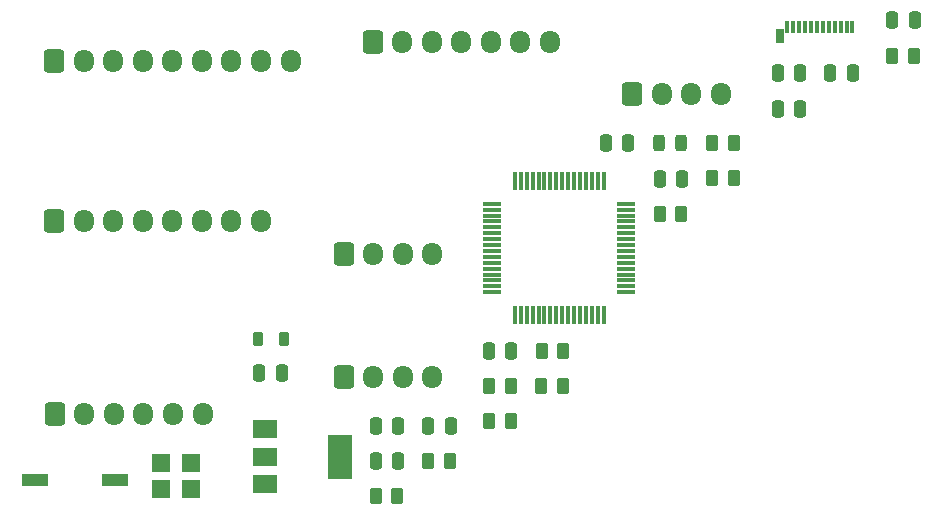
<source format=gbr>
%TF.GenerationSoftware,KiCad,Pcbnew,(6.0.11)*%
%TF.CreationDate,2023-02-06T10:27:39-08:00*%
%TF.ProjectId,EV1,4556312e-6b69-4636-9164-5f7063625858,rev?*%
%TF.SameCoordinates,Original*%
%TF.FileFunction,Copper,L1,Top*%
%TF.FilePolarity,Positive*%
%FSLAX46Y46*%
G04 Gerber Fmt 4.6, Leading zero omitted, Abs format (unit mm)*
G04 Created by KiCad (PCBNEW (6.0.11)) date 2023-02-06 10:27:39*
%MOMM*%
%LPD*%
G01*
G04 APERTURE LIST*
G04 Aperture macros list*
%AMRoundRect*
0 Rectangle with rounded corners*
0 $1 Rounding radius*
0 $2 $3 $4 $5 $6 $7 $8 $9 X,Y pos of 4 corners*
0 Add a 4 corners polygon primitive as box body*
4,1,4,$2,$3,$4,$5,$6,$7,$8,$9,$2,$3,0*
0 Add four circle primitives for the rounded corners*
1,1,$1+$1,$2,$3*
1,1,$1+$1,$4,$5*
1,1,$1+$1,$6,$7*
1,1,$1+$1,$8,$9*
0 Add four rect primitives between the rounded corners*
20,1,$1+$1,$2,$3,$4,$5,0*
20,1,$1+$1,$4,$5,$6,$7,0*
20,1,$1+$1,$6,$7,$8,$9,0*
20,1,$1+$1,$8,$9,$2,$3,0*%
G04 Aperture macros list end*
%TA.AperFunction,SMDPad,CuDef*%
%ADD10R,1.600000X1.500000*%
%TD*%
%TA.AperFunction,SMDPad,CuDef*%
%ADD11R,2.000000X1.500000*%
%TD*%
%TA.AperFunction,SMDPad,CuDef*%
%ADD12R,2.000000X3.800000*%
%TD*%
%TA.AperFunction,SMDPad,CuDef*%
%ADD13RoundRect,0.075000X-0.700000X-0.075000X0.700000X-0.075000X0.700000X0.075000X-0.700000X0.075000X0*%
%TD*%
%TA.AperFunction,SMDPad,CuDef*%
%ADD14RoundRect,0.075000X-0.075000X-0.700000X0.075000X-0.700000X0.075000X0.700000X-0.075000X0.700000X0*%
%TD*%
%TA.AperFunction,SMDPad,CuDef*%
%ADD15R,2.160000X1.120000*%
%TD*%
%TA.AperFunction,SMDPad,CuDef*%
%ADD16RoundRect,0.250000X-0.262500X-0.450000X0.262500X-0.450000X0.262500X0.450000X-0.262500X0.450000X0*%
%TD*%
%TA.AperFunction,SMDPad,CuDef*%
%ADD17R,0.380000X1.000000*%
%TD*%
%TA.AperFunction,SMDPad,CuDef*%
%ADD18R,0.700000X1.150000*%
%TD*%
%TA.AperFunction,ComponentPad*%
%ADD19RoundRect,0.250000X-0.600000X-0.725000X0.600000X-0.725000X0.600000X0.725000X-0.600000X0.725000X0*%
%TD*%
%TA.AperFunction,ComponentPad*%
%ADD20O,1.700000X1.950000*%
%TD*%
%TA.AperFunction,SMDPad,CuDef*%
%ADD21RoundRect,0.243750X-0.243750X-0.456250X0.243750X-0.456250X0.243750X0.456250X-0.243750X0.456250X0*%
%TD*%
%TA.AperFunction,SMDPad,CuDef*%
%ADD22RoundRect,0.250000X-0.250000X-0.475000X0.250000X-0.475000X0.250000X0.475000X-0.250000X0.475000X0*%
%TD*%
%TA.AperFunction,SMDPad,CuDef*%
%ADD23RoundRect,0.218750X-0.218750X-0.381250X0.218750X-0.381250X0.218750X0.381250X-0.218750X0.381250X0*%
%TD*%
G04 APERTURE END LIST*
D10*
%TO.P,Y1,1,1*%
%TO.N,/HSE_IN*%
X132818400Y-118597200D03*
%TO.P,Y1,2,2*%
%TO.N,GND*%
X135358400Y-118597200D03*
%TO.P,Y1,3,3*%
%TO.N,/HSE_OUT*%
X135358400Y-116397200D03*
%TO.P,Y1,4,4*%
%TO.N,GND*%
X132818400Y-116397200D03*
%TD*%
D11*
%TO.P,U2,1,GND*%
%TO.N,GND*%
X141638400Y-113527200D03*
D12*
%TO.P,U2,2,VO*%
%TO.N,+3.3V*%
X147938400Y-115827200D03*
D11*
X141638400Y-115827200D03*
%TO.P,U2,3,VI*%
%TO.N,VBUS*%
X141638400Y-118127200D03*
%TD*%
D13*
%TO.P,U1,1,VBAT*%
%TO.N,unconnected-(U1-Pad1)*%
X160863400Y-94417200D03*
%TO.P,U1,2,PC13*%
%TO.N,unconnected-(U1-Pad2)*%
X160863400Y-94917200D03*
%TO.P,U1,3,PC14*%
%TO.N,/BB_COLS_4*%
X160863400Y-95417200D03*
%TO.P,U1,4,PC15*%
%TO.N,/BB_COLS_5*%
X160863400Y-95917200D03*
%TO.P,U1,5,PH0*%
%TO.N,/HSE_IN*%
X160863400Y-96417200D03*
%TO.P,U1,6,PH1*%
%TO.N,/HSE_OUT*%
X160863400Y-96917200D03*
%TO.P,U1,7,NRST*%
%TO.N,Net-(SW2-Pad1)*%
X160863400Y-97417200D03*
%TO.P,U1,8,PC0*%
%TO.N,unconnected-(U1-Pad8)*%
X160863400Y-97917200D03*
%TO.P,U1,9,PC1*%
%TO.N,unconnected-(U1-Pad9)*%
X160863400Y-98417200D03*
%TO.P,U1,10,PC2*%
%TO.N,unconnected-(U1-Pad10)*%
X160863400Y-98917200D03*
%TO.P,U1,11,PC3*%
%TO.N,unconnected-(U1-Pad11)*%
X160863400Y-99417200D03*
%TO.P,U1,12,VSSA*%
%TO.N,GND*%
X160863400Y-99917200D03*
%TO.P,U1,13,VDDA*%
%TO.N,+3.3VA*%
X160863400Y-100417200D03*
%TO.P,U1,14,PA0*%
%TO.N,unconnected-(U1-Pad14)*%
X160863400Y-100917200D03*
%TO.P,U1,15,PA1*%
%TO.N,/CS_PA1*%
X160863400Y-101417200D03*
%TO.P,U1,16,PA2*%
%TO.N,/USART2_TX*%
X160863400Y-101917200D03*
D14*
%TO.P,U1,17,PA3*%
%TO.N,/USART2_RX*%
X162788400Y-103842200D03*
%TO.P,U1,18,VSS*%
%TO.N,GND*%
X163288400Y-103842200D03*
%TO.P,U1,19,VDD*%
%TO.N,+3.3V*%
X163788400Y-103842200D03*
%TO.P,U1,20,PA4*%
%TO.N,/BL_PA4*%
X164288400Y-103842200D03*
%TO.P,U1,21,PA5*%
%TO.N,/SCK_SPI*%
X164788400Y-103842200D03*
%TO.P,U1,22,PA6*%
%TO.N,/RST_PA6*%
X165288400Y-103842200D03*
%TO.P,U1,23,PA7*%
%TO.N,/MOSI_SPI*%
X165788400Y-103842200D03*
%TO.P,U1,24,PC4*%
%TO.N,unconnected-(U1-Pad24)*%
X166288400Y-103842200D03*
%TO.P,U1,25,PC5*%
%TO.N,unconnected-(U1-Pad25)*%
X166788400Y-103842200D03*
%TO.P,U1,26,PB0*%
%TO.N,/DC_PB0*%
X167288400Y-103842200D03*
%TO.P,U1,27,PB1*%
%TO.N,unconnected-(U1-Pad27)*%
X167788400Y-103842200D03*
%TO.P,U1,28,PB2*%
%TO.N,unconnected-(U1-Pad28)*%
X168288400Y-103842200D03*
%TO.P,U1,29,PB10*%
%TO.N,/USART_3_TX*%
X168788400Y-103842200D03*
%TO.P,U1,30,PB11*%
%TO.N,/USART_3_RX*%
X169288400Y-103842200D03*
%TO.P,U1,31,VCAP_1*%
%TO.N,unconnected-(U1-Pad31)*%
X169788400Y-103842200D03*
%TO.P,U1,32,VDD*%
%TO.N,+3.3V*%
X170288400Y-103842200D03*
D13*
%TO.P,U1,33,PB12*%
%TO.N,/BB_ROW_2*%
X172213400Y-101917200D03*
%TO.P,U1,34,PB13*%
%TO.N,/BB_ROW_3*%
X172213400Y-101417200D03*
%TO.P,U1,35,PB14*%
%TO.N,/BB_ROW_4*%
X172213400Y-100917200D03*
%TO.P,U1,36,PB15*%
%TO.N,/BB_ROW_5*%
X172213400Y-100417200D03*
%TO.P,U1,37,PC6*%
%TO.N,Net-(R3-Pad2)*%
X172213400Y-99917200D03*
%TO.P,U1,38,PC7*%
%TO.N,Net-(R4-Pad2)*%
X172213400Y-99417200D03*
%TO.P,U1,39,PC8*%
%TO.N,Net-(R5-Pad2)*%
X172213400Y-98917200D03*
%TO.P,U1,40,PC9*%
%TO.N,Net-(R6-Pad2)*%
X172213400Y-98417200D03*
%TO.P,U1,41,PA8*%
%TO.N,/BB_ROW_6*%
X172213400Y-97917200D03*
%TO.P,U1,42,PA9*%
%TO.N,/BB_ROW_7*%
X172213400Y-97417200D03*
%TO.P,U1,43,PA10*%
%TO.N,/BB_ROW_8*%
X172213400Y-96917200D03*
%TO.P,U1,44,PA11*%
%TO.N,/USB_D-*%
X172213400Y-96417200D03*
%TO.P,U1,45,PA12*%
%TO.N,/USB_D+*%
X172213400Y-95917200D03*
%TO.P,U1,46,PA13*%
%TO.N,unconnected-(U1-Pad46)*%
X172213400Y-95417200D03*
%TO.P,U1,47,VCAP_2*%
%TO.N,unconnected-(U1-Pad47)*%
X172213400Y-94917200D03*
%TO.P,U1,48,VDD*%
%TO.N,+3.3V*%
X172213400Y-94417200D03*
D14*
%TO.P,U1,49,PA14*%
%TO.N,unconnected-(U1-Pad49)*%
X170288400Y-92492200D03*
%TO.P,U1,50,PA15*%
%TO.N,unconnected-(U1-Pad50)*%
X169788400Y-92492200D03*
%TO.P,U1,51,PC10*%
%TO.N,unconnected-(U1-Pad51)*%
X169288400Y-92492200D03*
%TO.P,U1,52,PC11*%
%TO.N,unconnected-(U1-Pad52)*%
X168788400Y-92492200D03*
%TO.P,U1,53,PC12*%
%TO.N,unconnected-(U1-Pad53)*%
X168288400Y-92492200D03*
%TO.P,U1,54,PD2*%
%TO.N,unconnected-(U1-Pad54)*%
X167788400Y-92492200D03*
%TO.P,U1,55,PB3*%
%TO.N,unconnected-(U1-Pad55)*%
X167288400Y-92492200D03*
%TO.P,U1,56,PB4*%
%TO.N,unconnected-(U1-Pad56)*%
X166788400Y-92492200D03*
%TO.P,U1,57,PB5*%
%TO.N,/BB_COLS_6*%
X166288400Y-92492200D03*
%TO.P,U1,58,PB6*%
%TO.N,/I2C_SCL*%
X165788400Y-92492200D03*
%TO.P,U1,59,PB7*%
%TO.N,/I2C_SDA*%
X165288400Y-92492200D03*
%TO.P,U1,60,BOOT0*%
%TO.N,/BOOT0*%
X164788400Y-92492200D03*
%TO.P,U1,61,PB8*%
%TO.N,/BB_COLS_3*%
X164288400Y-92492200D03*
%TO.P,U1,62,PB9*%
%TO.N,/BB_COLS_2*%
X163788400Y-92492200D03*
%TO.P,U1,63,VSS*%
%TO.N,GND*%
X163288400Y-92492200D03*
%TO.P,U1,64,VDD*%
%TO.N,+3.3V*%
X162788400Y-92492200D03*
%TD*%
D15*
%TO.P,SW2,1,1*%
%TO.N,Net-(SW2-Pad1)*%
X122173400Y-117797200D03*
%TO.P,SW2,2,2*%
%TO.N,+3.3V*%
X128903400Y-117797200D03*
%TD*%
D16*
%TO.P,R10,1*%
%TO.N,GND*%
X160605900Y-109877200D03*
%TO.P,R10,2*%
%TO.N,Net-(P1-PadA7)*%
X162430900Y-109877200D03*
%TD*%
%TO.P,R9,1*%
%TO.N,GND*%
X179505900Y-89247200D03*
%TO.P,R9,2*%
%TO.N,Net-(P1-PadA6)*%
X181330900Y-89247200D03*
%TD*%
%TO.P,R8,1*%
%TO.N,+3.3V*%
X151005900Y-119197200D03*
%TO.P,R8,2*%
%TO.N,/I2C_SCL*%
X152830900Y-119197200D03*
%TD*%
%TO.P,R7,1*%
%TO.N,+3.3V*%
X179505900Y-92197200D03*
%TO.P,R7,2*%
%TO.N,/I2C_SDA*%
X181330900Y-92197200D03*
%TD*%
%TO.P,R6,1*%
%TO.N,/IO_PC9*%
X165015900Y-109877200D03*
%TO.P,R6,2*%
%TO.N,Net-(R6-Pad2)*%
X166840900Y-109877200D03*
%TD*%
%TO.P,R5,1*%
%TO.N,/IO_PC8*%
X165055900Y-106867200D03*
%TO.P,R5,2*%
%TO.N,Net-(R5-Pad2)*%
X166880900Y-106867200D03*
%TD*%
%TO.P,R4,1*%
%TO.N,/IO_PC7*%
X194755900Y-81877200D03*
%TO.P,R4,2*%
%TO.N,Net-(R4-Pad2)*%
X196580900Y-81877200D03*
%TD*%
%TO.P,R3,1*%
%TO.N,/IO_PC6*%
X175055900Y-95297200D03*
%TO.P,R3,2*%
%TO.N,Net-(R3-Pad2)*%
X176880900Y-95297200D03*
%TD*%
%TO.P,R2,1*%
%TO.N,/SW_BOOT0*%
X160605900Y-112827200D03*
%TO.P,R2,2*%
%TO.N,/BOOT0*%
X162430900Y-112827200D03*
%TD*%
%TO.P,R1,1*%
%TO.N,GND*%
X155455900Y-116187200D03*
%TO.P,R1,2*%
%TO.N,Net-(D1-Pad1)*%
X157280900Y-116187200D03*
%TD*%
D17*
%TO.P,P1,A1,GND*%
%TO.N,GND*%
X185863400Y-79417200D03*
%TO.P,P1,A2,TX1+*%
%TO.N,unconnected-(P1-PadA2)*%
X186363400Y-79417200D03*
%TO.P,P1,A3,TX1-*%
%TO.N,unconnected-(P1-PadA3)*%
X186863400Y-79417200D03*
%TO.P,P1,A4,VBUS*%
%TO.N,VBUS*%
X187363400Y-79417200D03*
%TO.P,P1,A5,CC*%
%TO.N,unconnected-(P1-PadA5)*%
X187863400Y-79417200D03*
%TO.P,P1,A6,D+*%
%TO.N,Net-(P1-PadA6)*%
X188363400Y-79417200D03*
%TO.P,P1,A7,D-*%
%TO.N,Net-(P1-PadA7)*%
X188863400Y-79417200D03*
%TO.P,P1,A8,SBU1*%
%TO.N,unconnected-(P1-PadA8)*%
X189363400Y-79417200D03*
%TO.P,P1,A9,VBUS*%
%TO.N,VBUS*%
X189863400Y-79417200D03*
%TO.P,P1,A10,RX2-*%
%TO.N,unconnected-(P1-PadA10)*%
X190363400Y-79417200D03*
%TO.P,P1,A11,RX2+*%
%TO.N,unconnected-(P1-PadA11)*%
X190863400Y-79417200D03*
%TO.P,P1,A12,GND*%
%TO.N,GND*%
X191363400Y-79417200D03*
D18*
%TO.P,P1,S1,SHIELD*%
%TO.N,unconnected-(P1-PadS1)*%
X185193400Y-80257200D03*
%TD*%
D19*
%TO.P,J7,1,Pin_1*%
%TO.N,+3.3V*%
X123838400Y-112217200D03*
D20*
%TO.P,J7,2,Pin_2*%
%TO.N,/IO_PC9*%
X126338400Y-112217200D03*
%TO.P,J7,3,Pin_3*%
%TO.N,/IO_PC8*%
X128838400Y-112217200D03*
%TO.P,J7,4,Pin_4*%
%TO.N,/IO_PC7*%
X131338400Y-112217200D03*
%TO.P,J7,5,Pin_5*%
%TO.N,/IO_PC6*%
X133838400Y-112217200D03*
%TO.P,J7,6,Pin_6*%
%TO.N,GND*%
X136338400Y-112217200D03*
%TD*%
D19*
%TO.P,J6,1,Pin_1*%
%TO.N,+3.3V*%
X148288400Y-109047200D03*
D20*
%TO.P,J6,2,Pin_2*%
%TO.N,/USART2_RX*%
X150788400Y-109047200D03*
%TO.P,J6,3,Pin_3*%
%TO.N,/USART2_TX*%
X153288400Y-109047200D03*
%TO.P,J6,4,Pin_4*%
%TO.N,GND*%
X155788400Y-109047200D03*
%TD*%
D19*
%TO.P,J5,1,Pin_1*%
%TO.N,+3.3V*%
X123788400Y-95867200D03*
D20*
%TO.P,J5,2,Pin_2*%
%TO.N,/RST_PA6*%
X126288400Y-95867200D03*
%TO.P,J5,3,Pin_3*%
%TO.N,/BL_PA4*%
X128788400Y-95867200D03*
%TO.P,J5,4,Pin_4*%
%TO.N,/CS_PA1*%
X131288400Y-95867200D03*
%TO.P,J5,5,Pin_5*%
%TO.N,/DC_PB0*%
X133788400Y-95867200D03*
%TO.P,J5,6,Pin_6*%
%TO.N,/MOSI_SPI*%
X136288400Y-95867200D03*
%TO.P,J5,7,Pin_7*%
%TO.N,/SCK_SPI*%
X138788400Y-95867200D03*
%TO.P,J5,8,Pin_8*%
%TO.N,GND*%
X141288400Y-95867200D03*
%TD*%
D19*
%TO.P,J4,1,Pin_1*%
%TO.N,+3.3V*%
X150738400Y-80717200D03*
D20*
%TO.P,J4,2,Pin_2*%
%TO.N,/BB_COLS_2*%
X153238400Y-80717200D03*
%TO.P,J4,3,Pin_3*%
%TO.N,/BB_COLS_3*%
X155738400Y-80717200D03*
%TO.P,J4,4,Pin_4*%
%TO.N,/BB_COLS_4*%
X158238400Y-80717200D03*
%TO.P,J4,5,Pin_5*%
%TO.N,/BB_COLS_5*%
X160738400Y-80717200D03*
%TO.P,J4,6,Pin_6*%
%TO.N,/BB_COLS_6*%
X163238400Y-80717200D03*
%TO.P,J4,7,Pin_7*%
%TO.N,GND*%
X165738400Y-80717200D03*
%TD*%
D19*
%TO.P,J3,1,Pin_1*%
%TO.N,+3.3V*%
X123788400Y-82317200D03*
D20*
%TO.P,J3,2,Pin_2*%
%TO.N,/BB_ROW_2*%
X126288400Y-82317200D03*
%TO.P,J3,3,Pin_3*%
%TO.N,/BB_ROW_3*%
X128788400Y-82317200D03*
%TO.P,J3,4,Pin_4*%
%TO.N,/BB_ROW_4*%
X131288400Y-82317200D03*
%TO.P,J3,5,Pin_5*%
%TO.N,/BB_ROW_5*%
X133788400Y-82317200D03*
%TO.P,J3,6,Pin_6*%
%TO.N,/BB_ROW_6*%
X136288400Y-82317200D03*
%TO.P,J3,7,Pin_7*%
%TO.N,/BB_ROW_7*%
X138788400Y-82317200D03*
%TO.P,J3,8,Pin_8*%
%TO.N,/BB_ROW_8*%
X141288400Y-82317200D03*
%TO.P,J3,9,Pin_9*%
%TO.N,GND*%
X143788400Y-82317200D03*
%TD*%
D19*
%TO.P,J2,1,Pin_1*%
%TO.N,+3.3V*%
X172738400Y-85117200D03*
D20*
%TO.P,J2,2,Pin_2*%
%TO.N,/USART_3_RX*%
X175238400Y-85117200D03*
%TO.P,J2,3,Pin_3*%
%TO.N,/USART_3_TX*%
X177738400Y-85117200D03*
%TO.P,J2,4,Pin_4*%
%TO.N,GND*%
X180238400Y-85117200D03*
%TD*%
D19*
%TO.P,J1,1,Pin_1*%
%TO.N,+3.3V*%
X148288400Y-98667200D03*
D20*
%TO.P,J1,2,Pin_2*%
%TO.N,/I2C_SCL*%
X150788400Y-98667200D03*
%TO.P,J1,3,Pin_3*%
%TO.N,/I2C_SDA*%
X153288400Y-98667200D03*
%TO.P,J1,4,Pin_4*%
%TO.N,GND*%
X155788400Y-98667200D03*
%TD*%
D21*
%TO.P,D1,1,K*%
%TO.N,Net-(D1-Pad1)*%
X174970900Y-89292200D03*
%TO.P,D1,2,A*%
%TO.N,+3.3V*%
X176845900Y-89292200D03*
%TD*%
D22*
%TO.P,C14,1*%
%TO.N,+3.3V*%
X155438400Y-113207200D03*
%TO.P,C14,2*%
%TO.N,GND*%
X157338400Y-113207200D03*
%TD*%
%TO.P,C13,1*%
%TO.N,+3.3V*%
X189488400Y-83367200D03*
%TO.P,C13,2*%
%TO.N,GND*%
X191388400Y-83367200D03*
%TD*%
%TO.P,C12,1*%
%TO.N,+3.3V*%
X170488400Y-89277200D03*
%TO.P,C12,2*%
%TO.N,GND*%
X172388400Y-89277200D03*
%TD*%
%TO.P,C11,1*%
%TO.N,+3.3V*%
X150988400Y-116217200D03*
%TO.P,C11,2*%
%TO.N,GND*%
X152888400Y-116217200D03*
%TD*%
%TO.P,C10,1*%
%TO.N,+3.3V*%
X141138400Y-108747200D03*
%TO.P,C10,2*%
%TO.N,GND*%
X143038400Y-108747200D03*
%TD*%
%TO.P,C9,1*%
%TO.N,+3.3VA*%
X185038400Y-83367200D03*
%TO.P,C9,2*%
%TO.N,GND*%
X186938400Y-83367200D03*
%TD*%
%TO.P,C8,1*%
%TO.N,+3.3VA*%
X175038400Y-92317200D03*
%TO.P,C8,2*%
%TO.N,GND*%
X176938400Y-92317200D03*
%TD*%
%TO.P,C4,1*%
%TO.N,/HSE_OUT*%
X185038400Y-86377200D03*
%TO.P,C4,2*%
%TO.N,GND*%
X186938400Y-86377200D03*
%TD*%
%TO.P,C3,1*%
%TO.N,/HSE_IN*%
X150988400Y-113207200D03*
%TO.P,C3,2*%
%TO.N,GND*%
X152888400Y-113207200D03*
%TD*%
%TO.P,C2,1*%
%TO.N,+3.3V*%
X194738400Y-78897200D03*
%TO.P,C2,2*%
%TO.N,GND*%
X196638400Y-78897200D03*
%TD*%
%TO.P,C1,1*%
%TO.N,VBUS*%
X160588400Y-106897200D03*
%TO.P,C1,2*%
%TO.N,GND*%
X162488400Y-106897200D03*
%TD*%
D23*
%TO.P,120R1,1*%
%TO.N,+3.3VA*%
X141075900Y-105867200D03*
%TO.P,120R1,2*%
%TO.N,+3.3V*%
X143200900Y-105867200D03*
%TD*%
M02*

</source>
